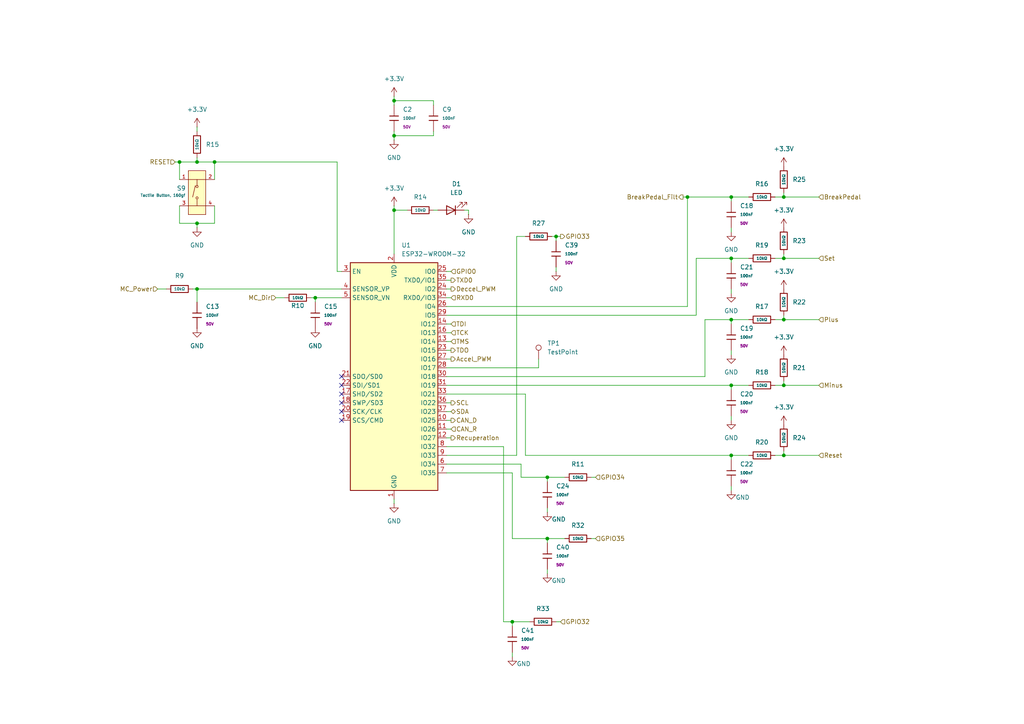
<source format=kicad_sch>
(kicad_sch (version 20250114) (generator "eeschema") (generator_version "9.0")
  (paper "A4")
  (title_block (title "ESP32 MicroController") (date "2025-11-02") (rev "0") (company "Solar Energy Racers"))
  (lib_symbols
    (symbol "Connector:TestPoint" (pin_numbers (hide yes)) (pin_names (offset 0.762) (hide yes))
      (property "Reference" "TP" (at 0 6.858 0))
      (property "Value" "TestPoint" (at 0 5.08 0))
      (symbol "TestPoint_1_1"
        (pin passive line (at 0 0 90) (length 2.54) (name "1") (number "1"))
      )
    )
    (symbol "Device:LED" (pin_numbers (hide yes)) (pin_names (offset 1.016) (hide yes))
      (property "Reference" "D" (at 0 2.54 0))
      (property "Value" "LED" (at 0 -2.54 0))
      (symbol "LED_1_1"
        (pin passive line (at -3.81 0 0) (length 2.54) (name "K") (number "1"))
        (pin passive line (at 3.81 0 180) (length 2.54) (name "A") (number "2"))
      )
    )
    (symbol "PCM_JLCPCB-Capacitors:0603,100nF" (pin_numbers (hide yes)) (pin_names (offset 0))
      (property "Reference" "C" (at 2.032 1.668 0))
      (property "Value" "100nF" (at 2.032 -0.3782 0))
      (property "Voltage Rated" "50V" (at 2.032 -2.0462 0))
      (symbol "0603,100nF_1_1"
        (pin passive line (at 0 3.81 270) (length 3.175) (name "~") (number "1"))
        (pin passive line (at 0 -3.81 90) (length 3.175) (name "~") (number "2"))
      )
    )
    (symbol "PCM_JLCPCB-Connectors_Buttons:Tactile Button, 160gf, 12V, 50mA, 5.1mm" (pin_names (hide yes))
      (property "Reference" "S" (at 0 1.27 0))
      (property "Value" "Tactile Button, 160gf" (at 0 -8.89 0))
      (symbol "Tactile Button, 160gf, 12V, 50mA, 5.1mm_0_1"
        (pin unspecified line (at -5.08 2.54 0) (length 2.54) (name "A") (number "1"))
        (pin unspecified line (at -5.08 -5.08 0) (length 2.54) (name "C") (number "3"))
        (pin unspecified line (at 5.08 2.54 180) (length 2.54) (name "B") (number "2"))
        (pin unspecified line (at 5.08 -5.08 180) (length 2.54) (name "D") (number "4"))
      )
    )
    (symbol "PCM_JLCPCB-Resistors:0603,10kΩ" (pin_numbers (hide yes)) (pin_names (offset 0))
      (property "Reference" "R" (at 1.778 0 0))
      (property "Value" "10kΩ" (at 0 0 90))
      (symbol "0603,10kΩ_1_1"
        (pin passive line (at 0 3.81 270) (length 1.27) (name "~") (number "1"))
        (pin passive line (at 0 -3.81 90) (length 1.27) (name "~") (number "2"))
      )
    )
    (symbol "RF_Module:ESP32-WROOM-32"
      (property "Reference" "U" (at -12.7 34.29 0))
      (property "Value" "ESP32-WROOM-32" (at 1.27 34.29 0))
      (symbol "ESP32-WROOM-32_1_1"
        (pin input line (at -15.24 30.48 0) (length 2.54) (name "EN") (number "3"))
        (pin input line (at -15.24 25.4 0) (length 2.54) (name "SENSOR_VP") (number "4"))
        (pin input line (at -15.24 22.86 0) (length 2.54) (name "SENSOR_VN") (number "5"))
        (pin bidirectional line (at -15.24 0 0) (length 2.54) (name "SDO/SD0") (number "21"))
        (pin bidirectional line (at -15.24 -2.54 0) (length 2.54) (name "SDI/SD1") (number "22"))
        (pin bidirectional line (at -15.24 -5.08 0) (length 2.54) (name "SHD/SD2") (number "17"))
        (pin bidirectional line (at -15.24 -7.62 0) (length 2.54) (name "SWP/SD3") (number "18"))
        (pin bidirectional line (at -15.24 -10.16 0) (length 2.54) (name "SCK/CLK") (number "20"))
        (pin bidirectional line (at -15.24 -12.7 0) (length 2.54) (name "SCS/CMD") (number "19"))
        (pin no_connect line (at -12.7 -27.94 0) (length 2.54) (hide yes) (name "NC") (number "32"))
        (pin power_in line (at 0 35.56 270) (length 2.54) (name "VDD") (number "2"))
        (pin power_in line (at 0 -35.56 90) (length 2.54) (name "GND") (number "1"))
        (pin passive line (at 0 -35.56 90) (length 2.54) (hide yes) (name "GND") (number "15"))
        (pin passive line (at 0 -35.56 90) (length 2.54) (hide yes) (name "GND") (number "38"))
        (pin passive line (at 0 -35.56 90) (length 2.54) (hide yes) (name "GND") (number "39"))
        (pin bidirectional line (at 15.24 30.48 180) (length 2.54) (name "IO0") (number "25"))
        (pin bidirectional line (at 15.24 27.94 180) (length 2.54) (name "TXD0/IO1") (number "35"))
        (pin bidirectional line (at 15.24 25.4 180) (length 2.54) (name "IO2") (number "24"))
        (pin bidirectional line (at 15.24 22.86 180) (length 2.54) (name "RXD0/IO3") (number "34"))
        (pin bidirectional line (at 15.24 20.32 180) (length 2.54) (name "IO4") (number "26"))
        (pin bidirectional line (at 15.24 17.78 180) (length 2.54) (name "IO5") (number "29"))
        (pin bidirectional line (at 15.24 15.24 180) (length 2.54) (name "IO12") (number "14"))
        (pin bidirectional line (at 15.24 12.7 180) (length 2.54) (name "IO13") (number "16"))
        (pin bidirectional line (at 15.24 10.16 180) (length 2.54) (name "IO14") (number "13"))
        (pin bidirectional line (at 15.24 7.62 180) (length 2.54) (name "IO15") (number "23"))
        (pin bidirectional line (at 15.24 5.08 180) (length 2.54) (name "IO16") (number "27"))
        (pin bidirectional line (at 15.24 2.54 180) (length 2.54) (name "IO17") (number "28"))
        (pin bidirectional line (at 15.24 0 180) (length 2.54) (name "IO18") (number "30"))
        (pin bidirectional line (at 15.24 -2.54 180) (length 2.54) (name "IO19") (number "31"))
        (pin bidirectional line (at 15.24 -5.08 180) (length 2.54) (name "IO21") (number "33"))
        (pin bidirectional line (at 15.24 -7.62 180) (length 2.54) (name "IO22") (number "36"))
        (pin bidirectional line (at 15.24 -10.16 180) (length 2.54) (name "IO23") (number "37"))
        (pin bidirectional line (at 15.24 -12.7 180) (length 2.54) (name "IO25") (number "10"))
        (pin bidirectional line (at 15.24 -15.24 180) (length 2.54) (name "IO26") (number "11"))
        (pin bidirectional line (at 15.24 -17.78 180) (length 2.54) (name "IO27") (number "12"))
        (pin bidirectional line (at 15.24 -20.32 180) (length 2.54) (name "IO32") (number "8"))
        (pin bidirectional line (at 15.24 -22.86 180) (length 2.54) (name "IO33") (number "9"))
        (pin input line (at 15.24 -25.4 180) (length 2.54) (name "IO34") (number "6"))
        (pin input line (at 15.24 -27.94 180) (length 2.54) (name "IO35") (number "7"))
      )
    )
    (symbol "power:+3.3V" (power) (pin_numbers (hide yes)) (pin_names (offset 0) (hide yes))
      (property "Value" "+3.3V" (at 0 3.556 0))
      (symbol "+3.3V_1_1"
        (pin power_in line (at 0 0 90) (length 0) (name "~") (number "1"))
      )
    )
    (symbol "power:GND" (power) (pin_numbers (hide yes)) (pin_names (offset 0) (hide yes))
      (property "Value" "GND" (at 0 -3.81 0))
      (symbol "GND_1_1"
        (pin power_in line (at 0 0 270) (length 0) (name "~") (number "1"))
      )
    )
  )
  (junction (at 57.15 64.77))
  (junction (at 227.33 92.71))
  (junction (at 212.09 132.08))
  (junction (at 212.09 92.71))
  (junction (at 158.75 138.43))
  (junction (at 161.29 68.58))
  (junction (at 62.23 46.99))
  (junction (at 148.59 180.34))
  (junction (at 158.75 156.21))
  (junction (at 227.33 74.93))
  (junction (at 199.39 57.15))
  (junction (at 114.3 39.37))
  (junction (at 212.09 74.93))
  (junction (at 114.3 60.96))
  (junction (at 114.3 29.21))
  (junction (at 227.33 132.08))
  (junction (at 227.33 111.76))
  (junction (at 212.09 57.15))
  (junction (at 52.07 46.99))
  (junction (at 227.33 57.15))
  (junction (at 57.15 46.99))
  (junction (at 91.44 86.36))
  (junction (at 57.15 83.82))
  (junction (at 212.09 111.76))
  (no_connect (at 99.06 111.76))
  (no_connect (at 99.06 116.84))
  (no_connect (at 99.06 109.22))
  (no_connect (at 99.06 121.92))
  (no_connect (at 99.06 114.3))
  (no_connect (at 99.06 119.38))
  (wire (pts (xy 129.54 81.28) (xy 130.81 81.28)))
  (wire (pts (xy 224.79 111.76) (xy 227.33 111.76)))
  (wire (pts (xy 114.3 29.21) (xy 125.73 29.21)))
  (wire (pts (xy 114.3 60.96) (xy 118.11 60.96)))
  (wire (pts (xy 130.81 99.06) (xy 129.54 99.06)))
  (wire (pts (xy 114.3 27.94) (xy 114.3 29.21)))
  (wire (pts (xy 114.3 39.37) (xy 125.73 39.37)))
  (wire (pts (xy 201.93 91.44) (xy 129.54 91.44)))
  (wire (pts (xy 52.07 52.07) (xy 52.07 46.99)))
  (wire (pts (xy 52.07 64.77) (xy 57.15 64.77)))
  (wire (pts (xy 129.54 132.08) (xy 149.86 132.08)))
  (wire (pts (xy 237.49 57.15) (xy 227.33 57.15)))
  (wire (pts (xy 57.15 64.77) (xy 62.23 64.77)))
  (wire (pts (xy 158.75 156.21) (xy 158.75 157.48)))
  (wire (pts (xy 134.62 60.96) (xy 135.89 60.96)))
  (wire (pts (xy 161.29 78.74) (xy 161.29 77.47)))
  (wire (pts (xy 217.17 111.76) (xy 212.09 111.76)))
  (wire (pts (xy 62.23 46.99) (xy 57.15 46.99)))
  (wire (pts (xy 97.79 78.74) (xy 99.06 78.74)))
  (wire (pts (xy 129.54 109.22) (xy 204.47 109.22)))
  (wire (pts (xy 152.4 68.58) (xy 149.86 68.58)))
  (wire (pts (xy 129.54 124.46) (xy 130.81 124.46)))
  (wire (pts (xy 129.54 111.76) (xy 212.09 111.76)))
  (wire (pts (xy 201.93 74.93) (xy 212.09 74.93)))
  (wire (pts (xy 114.3 60.96) (xy 114.3 73.66)))
  (wire (pts (xy 62.23 59.69) (xy 62.23 64.77)))
  (wire (pts (xy 227.33 74.93) (xy 237.49 74.93)))
  (wire (pts (xy 57.15 36.83) (xy 57.15 38.1)))
  (wire (pts (xy 158.75 148.59) (xy 158.75 147.32)))
  (wire (pts (xy 62.23 46.99) (xy 97.79 46.99)))
  (wire (pts (xy 158.75 166.37) (xy 158.75 165.1)))
  (wire (pts (xy 130.81 83.82) (xy 129.54 83.82)))
  (wire (pts (xy 149.86 68.58) (xy 149.86 132.08)))
  (wire (pts (xy 52.07 59.69) (xy 52.07 64.77)))
  (wire (pts (xy 153.67 180.34) (xy 148.59 180.34)))
  (wire (pts (xy 237.49 92.71) (xy 227.33 92.71)))
  (wire (pts (xy 129.54 86.36) (xy 130.81 86.36)))
  (wire (pts (xy 50.8 46.99) (xy 52.07 46.99)))
  (wire (pts (xy 212.09 132.08) (xy 212.09 133.35)))
  (wire (pts (xy 148.59 190.5) (xy 148.59 189.23)))
  (wire (pts (xy 199.39 57.15) (xy 199.39 88.9)))
  (wire (pts (xy 114.3 40.64) (xy 114.3 39.37)))
  (wire (pts (xy 114.3 146.05) (xy 114.3 144.78)))
  (wire (pts (xy 227.33 73.66) (xy 227.33 74.93)))
  (wire (pts (xy 90.17 86.36) (xy 91.44 86.36)))
  (wire (pts (xy 57.15 83.82) (xy 57.15 87.63)))
  (wire (pts (xy 212.09 92.71) (xy 212.09 93.98)))
  (wire (pts (xy 198.12 57.15) (xy 199.39 57.15)))
  (wire (pts (xy 224.79 74.93) (xy 227.33 74.93)))
  (wire (pts (xy 57.15 83.82) (xy 99.06 83.82)))
  (wire (pts (xy 129.54 96.52) (xy 130.81 96.52)))
  (wire (pts (xy 227.33 110.49) (xy 227.33 111.76)))
  (wire (pts (xy 227.33 92.71) (xy 224.79 92.71)))
  (wire (pts (xy 204.47 92.71) (xy 212.09 92.71)))
  (wire (pts (xy 212.09 74.93) (xy 212.09 76.2)))
  (wire (pts (xy 227.33 91.44) (xy 227.33 92.71)))
  (wire (pts (xy 80.01 86.36) (xy 82.55 86.36)))
  (wire (pts (xy 62.23 46.99) (xy 62.23 52.07)))
  (wire (pts (xy 114.3 59.69) (xy 114.3 60.96)))
  (wire (pts (xy 212.09 102.87) (xy 212.09 101.6)))
  (wire (pts (xy 146.05 180.34) (xy 146.05 129.54)))
  (wire (pts (xy 129.54 129.54) (xy 146.05 129.54)))
  (wire (pts (xy 135.89 60.96) (xy 135.89 62.23)))
  (wire (pts (xy 217.17 92.71) (xy 212.09 92.71)))
  (wire (pts (xy 217.17 57.15) (xy 212.09 57.15)))
  (wire (pts (xy 57.15 45.72) (xy 57.15 46.99)))
  (wire (pts (xy 129.54 121.92) (xy 130.81 121.92)))
  (wire (pts (xy 162.56 180.34) (xy 161.29 180.34)))
  (wire (pts (xy 114.3 39.37) (xy 114.3 38.1)))
  (wire (pts (xy 148.59 156.21) (xy 148.59 137.16)))
  (wire (pts (xy 172.72 156.21) (xy 171.45 156.21)))
  (wire (pts (xy 224.79 132.08) (xy 227.33 132.08)))
  (wire (pts (xy 172.72 138.43) (xy 171.45 138.43)))
  (wire (pts (xy 163.83 156.21) (xy 158.75 156.21)))
  (wire (pts (xy 212.09 142.24) (xy 212.09 140.97)))
  (wire (pts (xy 217.17 74.93) (xy 212.09 74.93)))
  (wire (pts (xy 52.07 46.99) (xy 57.15 46.99)))
  (wire (pts (xy 212.09 67.31) (xy 212.09 66.04)))
  (wire (pts (xy 55.88 83.82) (xy 57.15 83.82)))
  (wire (pts (xy 217.17 132.08) (xy 212.09 132.08)))
  (wire (pts (xy 163.83 138.43) (xy 158.75 138.43)))
  (wire (pts (xy 158.75 138.43) (xy 158.75 139.7)))
  (wire (pts (xy 57.15 64.77) (xy 57.15 66.04)))
  (wire (pts (xy 156.21 106.68) (xy 129.54 106.68)))
  (wire (pts (xy 130.81 104.14) (xy 129.54 104.14)))
  (wire (pts (xy 212.09 132.08) (xy 152.4 132.08)))
  (wire (pts (xy 199.39 88.9) (xy 129.54 88.9)))
  (wire (pts (xy 125.73 38.1) (xy 125.73 39.37)))
  (wire (pts (xy 227.33 111.76) (xy 237.49 111.76)))
  (wire (pts (xy 204.47 109.22) (xy 204.47 92.71)))
  (wire (pts (xy 129.54 78.74) (xy 130.81 78.74)))
  (wire (pts (xy 152.4 114.3) (xy 129.54 114.3)))
  (wire (pts (xy 91.44 86.36) (xy 91.44 87.63)))
  (wire (pts (xy 161.29 68.58) (xy 161.29 69.85)))
  (wire (pts (xy 114.3 29.21) (xy 114.3 30.48)))
  (wire (pts (xy 201.93 74.93) (xy 201.93 91.44)))
  (wire (pts (xy 129.54 116.84) (xy 130.81 116.84)))
  (wire (pts (xy 212.09 85.09) (xy 212.09 83.82)))
  (wire (pts (xy 227.33 55.88) (xy 227.33 57.15)))
  (wire (pts (xy 151.13 138.43) (xy 158.75 138.43)))
  (wire (pts (xy 148.59 180.34) (xy 146.05 180.34)))
  (wire (pts (xy 148.59 180.34) (xy 148.59 181.61)))
  (wire (pts (xy 158.75 156.21) (xy 148.59 156.21)))
  (wire (pts (xy 91.44 86.36) (xy 99.06 86.36)))
  (wire (pts (xy 212.09 121.92) (xy 212.09 120.65)))
  (wire (pts (xy 129.54 127) (xy 130.81 127)))
  (wire (pts (xy 129.54 101.6) (xy 130.81 101.6)))
  (wire (pts (xy 125.73 60.96) (xy 127 60.96)))
  (wire (pts (xy 148.59 137.16) (xy 129.54 137.16)))
  (wire (pts (xy 129.54 134.62) (xy 151.13 134.62)))
  (wire (pts (xy 129.54 119.38) (xy 130.81 119.38)))
  (wire (pts (xy 152.4 132.08) (xy 152.4 114.3)))
  (wire (pts (xy 227.33 130.81) (xy 227.33 132.08)))
  (wire (pts (xy 212.09 57.15) (xy 212.09 58.42)))
  (wire (pts (xy 160.02 68.58) (xy 161.29 68.58)))
  (wire (pts (xy 199.39 57.15) (xy 212.09 57.15)))
  (wire (pts (xy 161.29 68.58) (xy 162.56 68.58)))
  (wire (pts (xy 212.09 111.76) (xy 212.09 113.03)))
  (wire (pts (xy 156.21 104.14) (xy 156.21 106.68)))
  (wire (pts (xy 227.33 132.08) (xy 237.49 132.08)))
  (wire (pts (xy 125.73 30.48) (xy 125.73 29.21)))
  (wire (pts (xy 45.72 83.82) (xy 48.26 83.82)))
  (wire (pts (xy 227.33 57.15) (xy 224.79 57.15)))
  (wire (pts (xy 129.54 93.98) (xy 130.81 93.98)))
  (wire (pts (xy 97.79 46.99) (xy 97.79 78.74)))
  (wire (pts (xy 151.13 134.62) (xy 151.13 138.43)))
  (hierarchical_label "Deccel_PWM" (shape output) (at 130.81 83.82 0))
  (hierarchical_label "TDO" (shape output) (at 130.81 101.6 0))
  (hierarchical_label "Minus" (shape input) (at 237.49 111.76 0))
  (hierarchical_label "MC_Dir" (shape input) (at 80.01 86.36 180))
  (hierarchical_label "Set" (shape input) (at 237.49 74.93 0))
  (hierarchical_label "Reset" (shape input) (at 237.49 132.08 0))
  (hierarchical_label "TDI" (shape input) (at 130.81 93.98 0))
  (hierarchical_label "Accel_PWM" (shape output) (at 130.81 104.14 0))
  (hierarchical_label "SCL" (shape output) (at 130.81 116.84 0))
  (hierarchical_label "GPIO32" (shape input) (at 162.56 180.34 0))
  (hierarchical_label "TMS" (shape input) (at 130.81 99.06 0))
  (hierarchical_label "TCK" (shape input) (at 130.81 96.52 0))
  (hierarchical_label "RXD0" (shape input) (at 130.81 86.36 0))
  (hierarchical_label "RESET" (shape input) (at 50.8 46.99 180))
  (hierarchical_label "SDA" (shape bidirectional) (at 130.81 119.38 0))
  (hierarchical_label "CAN_R" (shape input) (at 130.81 124.46 0))
  (hierarchical_label "GPIO0" (shape input) (at 130.81 78.74 0))
  (hierarchical_label "BreakPedal_Filt" (shape output) (at 198.12 57.15 180))
  (hierarchical_label "GPIO34" (shape input) (at 172.72 138.43 0))
  (hierarchical_label "Plus" (shape input) (at 237.49 92.71 0))
  (hierarchical_label "GPIO35" (shape input) (at 172.72 156.21 0))
  (hierarchical_label "GPIO33" (shape output) (at 162.56 68.58 0))
  (hierarchical_label "TXD0" (shape output) (at 130.81 81.28 0))
  (hierarchical_label "CAN_D" (shape output) (at 130.81 121.92 0))
  (hierarchical_label "MC_Power" (shape input) (at 45.72 83.82 180))
  (hierarchical_label "Recuperation" (shape output) (at 130.81 127 0))
  (hierarchical_label "BreakPedal" (shape input) (at 237.49 57.15 0))
  (symbol (lib_id "PCM_JLCPCB-Capacitors:0603,100nF") (at 212.09 97.79 0) (unit 1)
    (property "Reference" "C19" (at 214.63 95.2499 0) (effects (justify left)))
    (property "Value" "100nF" (at 214.63 97.79 0) (effects (font (size 0.8 0.8)) (justify left)))
    (property "Footprint" "PCM_JLCPCB:C_0603" (effects (hide yes)))
    (property "Datasheet" "https://www.lcsc.com/datasheet/lcsc_datasheet_2211101700_YAGEO-CC0603KRX7R9BB104_C14663.pdf" (effects (hide yes)))
    (property "Description" "50V 100nF X7R ±10% 0603 Multilayer Ceramic Capacitors MLCC - SMD/SMT ROHS" (effects (hide yes)))
    (property "LCSC" "C14663" (effects (hide yes)))
    (property "Stock" "70324515" (effects (hide yes)))
    (property "Price" "0.006USD" (effects (hide yes)))
    (property "Process" "SMT" (effects (hide yes)))
    (property "Minimum Qty" "20" (effects (hide yes)))
    (property "Attrition Qty" "10" (effects (hide yes)))
    (property "Class" "Basic Component" (effects (hide yes)))
    (property "Category" "Capacitors,Multilayer Ceramic Capacitors MLCC - SMD/SMT" (effects (hide yes)))
    (property "Manufacturer" "YAGEO" (effects (hide yes)))
    (property "Part" "CC0603KRX7R9BB104" (effects (hide yes)))
    (property "Voltage Rated" "50V" (at 214.63 100.33 0) (effects (font (size 0.8 0.8)) (justify left)))
    (property "Tolerance" "±10%" (effects (hide yes)))
    (property "Capacitance" "100nF" (effects (hide yes)))
    (property "Temperature Coefficient" "X7R" (effects (hide yes)))
  )
  (symbol (lib_id "PCM_JLCPCB-Capacitors:0603,100nF") (at 212.09 62.23 0) (unit 1)
    (property "Reference" "C18" (at 214.63 59.6899 0) (effects (justify left)))
    (property "Value" "100nF" (at 214.63 62.23 0) (effects (font (size 0.8 0.8)) (justify left)))
    (property "Footprint" "PCM_JLCPCB:C_0603" (effects (hide yes)))
    (property "Datasheet" "https://www.lcsc.com/datasheet/lcsc_datasheet_2211101700_YAGEO-CC0603KRX7R9BB104_C14663.pdf" (effects (hide yes)))
    (property "Description" "50V 100nF X7R ±10% 0603 Multilayer Ceramic Capacitors MLCC - SMD/SMT ROHS" (effects (hide yes)))
    (property "LCSC" "C14663" (effects (hide yes)))
    (property "Stock" "70324515" (effects (hide yes)))
    (property "Price" "0.006USD" (effects (hide yes)))
    (property "Process" "SMT" (effects (hide yes)))
    (property "Minimum Qty" "20" (effects (hide yes)))
    (property "Attrition Qty" "10" (effects (hide yes)))
    (property "Class" "Basic Component" (effects (hide yes)))
    (property "Category" "Capacitors,Multilayer Ceramic Capacitors MLCC - SMD/SMT" (effects (hide yes)))
    (property "Manufacturer" "YAGEO" (effects (hide yes)))
    (property "Part" "CC0603KRX7R9BB104" (effects (hide yes)))
    (property "Voltage Rated" "50V" (at 214.63 64.77 0) (effects (font (size 0.8 0.8)) (justify left)))
    (property "Tolerance" "±10%" (effects (hide yes)))
    (property "Capacitance" "100nF" (effects (hide yes)))
    (property "Temperature Coefficient" "X7R" (effects (hide yes)))
  )
  (symbol (lib_id "power:GND") (at 114.3 40.64 0) (unit 1)
    (property "Reference" "#PWR029" (effects (hide yes)))
    (property "Value" "GND" (at 114.3 45.72 0))
    (property "Description" "Power symbol creates a global label with name \"GND\" , ground" (effects (hide yes)))
  )
  (symbol (lib_id "power:GND") (at 57.15 66.04 0) (unit 1)
    (property "Reference" "#PWR032" (effects (hide yes)))
    (property "Value" "GND" (at 57.15 71.12 0))
    (property "Description" "Power symbol creates a global label with name \"GND\" , ground" (effects (hide yes)))
  )
  (symbol (lib_id "PCM_JLCPCB-Capacitors:0603,100nF") (at 212.09 116.84 0) (unit 1)
    (property "Reference" "C20" (at 214.63 114.2999 0) (effects (justify left)))
    (property "Value" "100nF" (at 214.63 116.84 0) (effects (font (size 0.8 0.8)) (justify left)))
    (property "Footprint" "PCM_JLCPCB:C_0603" (effects (hide yes)))
    (property "Datasheet" "https://www.lcsc.com/datasheet/lcsc_datasheet_2211101700_YAGEO-CC0603KRX7R9BB104_C14663.pdf" (effects (hide yes)))
    (property "Description" "50V 100nF X7R ±10% 0603 Multilayer Ceramic Capacitors MLCC - SMD/SMT ROHS" (effects (hide yes)))
    (property "LCSC" "C14663" (effects (hide yes)))
    (property "Stock" "70324515" (effects (hide yes)))
    (property "Price" "0.006USD" (effects (hide yes)))
    (property "Process" "SMT" (effects (hide yes)))
    (property "Minimum Qty" "20" (effects (hide yes)))
    (property "Attrition Qty" "10" (effects (hide yes)))
    (property "Class" "Basic Component" (effects (hide yes)))
    (property "Category" "Capacitors,Multilayer Ceramic Capacitors MLCC - SMD/SMT" (effects (hide yes)))
    (property "Manufacturer" "YAGEO" (effects (hide yes)))
    (property "Part" "CC0603KRX7R9BB104" (effects (hide yes)))
    (property "Voltage Rated" "50V" (at 214.63 119.38 0) (effects (font (size 0.8 0.8)) (justify left)))
    (property "Tolerance" "±10%" (effects (hide yes)))
    (property "Capacitance" "100nF" (effects (hide yes)))
    (property "Temperature Coefficient" "X7R" (effects (hide yes)))
  )
  (symbol (lib_id "power:GND") (at 161.29 78.74 0) (unit 1)
    (property "Reference" "#PWR094" (effects (hide yes)))
    (property "Value" "GND" (at 161.29 83.82 0))
    (property "Description" "Power symbol creates a global label with name \"GND\" , ground" (effects (hide yes)))
  )
  (symbol (lib_id "RF_Module:ESP32-WROOM-32") (at 114.3 109.22 0) (unit 1)
    (property "Reference" "U1" (at 116.4433 71.12 0) (effects (justify left)))
    (property "Value" "ESP32-WROOM-32" (at 116.4433 73.66 0) (effects (justify left)))
    (property "Footprint" "RF_Module:ESP32-WROOM-32" (effects (hide yes)))
    (property "Datasheet" "https://www.espressif.com/sites/default/files/documentation/esp32-wroom-32_datasheet_en.pdf" (effects (hide yes)))
    (property "Description" "RF Module, ESP32-D0WDQ6 SoC, Wi-Fi 802.11b/g/n, Bluetooth, BLE, 32-bit, 2.7-3.6V, onboard antenna, SMD" (effects (hide yes)))
  )
  (symbol (lib_id "power:GND") (at 212.09 121.92 0) (unit 1)
    (property "Reference" "#PWR038" (effects (hide yes)))
    (property "Value" "GND" (at 212.09 127 0))
    (property "Description" "Power symbol creates a global label with name \"GND\" , ground" (effects (hide yes)))
  )
  (symbol (lib_id "PCM_JLCPCB-Resistors:0603,10kΩ") (at 227.33 52.07 180) (unit 1)
    (property "Reference" "R25" (at 229.87 52.0699 0) (effects (justify right)))
    (property "Value" "10kΩ" (at 227.33 52.07 90) (effects (font (size 0.8 0.8))))
    (property "Footprint" "PCM_JLCPCB:R_0603" (effects (hide yes)))
    (property "Datasheet" "https://www.lcsc.com/datasheet/lcsc_datasheet_2206010045_UNI-ROYAL-Uniroyal-Elec-0603WAF1002T5E_C25804.pdf" (effects (hide yes)))
    (property "Description" "100mW Thick Film Resistors 75V ±100ppm/°C ±1% 10kΩ 0603 Chip Resistor - Surface Mount ROHS" (effects (hide yes)))
    (property "LCSC" "C25804" (effects (hide yes)))
    (property "Stock" "51181774" (effects (hide yes)))
    (property "Price" "0.004USD" (effects (hide yes)))
    (property "Process" "SMT" (effects (hide yes)))
    (property "Minimum Qty" "20" (effects (hide yes)))
    (property "Attrition Qty" "10" (effects (hide yes)))
    (property "Class" "Basic Component" (effects (hide yes)))
    (property "Category" "Resistors,Chip Resistor - Surface Mount" (effects (hide yes)))
    (property "Manufacturer" "UNI-ROYAL(Uniroyal Elec)" (effects (hide yes)))
    (property "Part" "0603WAF1002T5E" (effects (hide yes)))
    (property "Resistance" "10kΩ" (effects (hide yes)))
    (property "Power(Watts)" "100mW" (effects (hide yes)))
    (property "Type" "Thick Film Resistors" (effects (hide yes)))
    (property "Overload Voltage (Max)" "75V" (effects (hide yes)))
    (property "Operating Temperature Range" "-55°C~+155°C" (effects (hide yes)))
    (property "Tolerance" "±1%" (effects (hide yes)))
    (property "Temperature Coefficient" "±100ppm/°C" (effects (hide yes)))
  )
  (symbol (lib_id "PCM_JLCPCB-Resistors:0603,10kΩ") (at 167.64 138.43 90) (unit 1)
    (property "Reference" "R11" (at 167.64 134.62 90))
    (property "Value" "10kΩ" (at 167.64 138.43 90) (effects (font (size 0.8 0.8))))
    (property "Footprint" "PCM_JLCPCB:R_0603" (effects (hide yes)))
    (property "Datasheet" "https://www.lcsc.com/datasheet/lcsc_datasheet_2206010045_UNI-ROYAL-Uniroyal-Elec-0603WAF1002T5E_C25804.pdf" (effects (hide yes)))
    (property "Description" "100mW Thick Film Resistors 75V ±100ppm/°C ±1% 10kΩ 0603 Chip Resistor - Surface Mount ROHS" (effects (hide yes)))
    (property "LCSC" "C25804" (effects (hide yes)))
    (property "Stock" "51181774" (effects (hide yes)))
    (property "Price" "0.004USD" (effects (hide yes)))
    (property "Process" "SMT" (effects (hide yes)))
    (property "Minimum Qty" "20" (effects (hide yes)))
    (property "Attrition Qty" "10" (effects (hide yes)))
    (property "Class" "Basic Component" (effects (hide yes)))
    (property "Category" "Resistors,Chip Resistor - Surface Mount" (effects (hide yes)))
    (property "Manufacturer" "UNI-ROYAL(Uniroyal Elec)" (effects (hide yes)))
    (property "Part" "0603WAF1002T5E" (effects (hide yes)))
    (property "Resistance" "10kΩ" (effects (hide yes)))
    (property "Power(Watts)" "100mW" (effects (hide yes)))
    (property "Type" "Thick Film Resistors" (effects (hide yes)))
    (property "Overload Voltage (Max)" "75V" (effects (hide yes)))
    (property "Operating Temperature Range" "-55°C~+155°C" (effects (hide yes)))
    (property "Tolerance" "±1%" (effects (hide yes)))
    (property "Temperature Coefficient" "±100ppm/°C" (effects (hide yes)))
  )
  (symbol (lib_id "PCM_JLCPCB-Resistors:0603,10kΩ") (at 220.98 74.93 90) (unit 1)
    (property "Reference" "R19" (at 220.98 71.12 90))
    (property "Value" "10kΩ" (at 220.98 74.93 90) (effects (font (size 0.8 0.8))))
    (property "Footprint" "PCM_JLCPCB:R_0603" (effects (hide yes)))
    (property "Datasheet" "https://www.lcsc.com/datasheet/lcsc_datasheet_2206010045_UNI-ROYAL-Uniroyal-Elec-0603WAF1002T5E_C25804.pdf" (effects (hide yes)))
    (property "Description" "100mW Thick Film Resistors 75V ±100ppm/°C ±1% 10kΩ 0603 Chip Resistor - Surface Mount ROHS" (effects (hide yes)))
    (property "LCSC" "C25804" (effects (hide yes)))
    (property "Stock" "51181774" (effects (hide yes)))
    (property "Price" "0.004USD" (effects (hide yes)))
    (property "Process" "SMT" (effects (hide yes)))
    (property "Minimum Qty" "20" (effects (hide yes)))
    (property "Attrition Qty" "10" (effects (hide yes)))
    (property "Class" "Basic Component" (effects (hide yes)))
    (property "Category" "Resistors,Chip Resistor - Surface Mount" (effects (hide yes)))
    (property "Manufacturer" "UNI-ROYAL(Uniroyal Elec)" (effects (hide yes)))
    (property "Part" "0603WAF1002T5E" (effects (hide yes)))
    (property "Resistance" "10kΩ" (effects (hide yes)))
    (property "Power(Watts)" "100mW" (effects (hide yes)))
    (property "Type" "Thick Film Resistors" (effects (hide yes)))
    (property "Overload Voltage (Max)" "75V" (effects (hide yes)))
    (property "Operating Temperature Range" "-55°C~+155°C" (effects (hide yes)))
    (property "Tolerance" "±1%" (effects (hide yes)))
    (property "Temperature Coefficient" "±100ppm/°C" (effects (hide yes)))
  )
  (symbol (lib_id "PCM_JLCPCB-Capacitors:0603,100nF") (at 57.15 91.44 0) (unit 1)
    (property "Reference" "C13" (at 59.69 88.8999 0) (effects (justify left)))
    (property "Value" "100nF" (at 59.69 91.44 0) (effects (font (size 0.8 0.8)) (justify left)))
    (property "Footprint" "PCM_JLCPCB:C_0603" (effects (hide yes)))
    (property "Datasheet" "https://www.lcsc.com/datasheet/lcsc_datasheet_2211101700_YAGEO-CC0603KRX7R9BB104_C14663.pdf" (effects (hide yes)))
    (property "Description" "50V 100nF X7R ±10% 0603 Multilayer Ceramic Capacitors MLCC - SMD/SMT ROHS" (effects (hide yes)))
    (property "LCSC" "C14663" (effects (hide yes)))
    (property "Stock" "70324515" (effects (hide yes)))
    (property "Price" "0.006USD" (effects (hide yes)))
    (property "Process" "SMT" (effects (hide yes)))
    (property "Minimum Qty" "20" (effects (hide yes)))
    (property "Attrition Qty" "10" (effects (hide yes)))
    (property "Class" "Basic Component" (effects (hide yes)))
    (property "Category" "Capacitors,Multilayer Ceramic Capacitors MLCC - SMD/SMT" (effects (hide yes)))
    (property "Manufacturer" "YAGEO" (effects (hide yes)))
    (property "Part" "CC0603KRX7R9BB104" (effects (hide yes)))
    (property "Voltage Rated" "50V" (at 59.69 93.98 0) (effects (font (size 0.8 0.8)) (justify left)))
    (property "Tolerance" "±10%" (effects (hide yes)))
    (property "Capacitance" "100nF" (effects (hide yes)))
    (property "Temperature Coefficient" "X7R" (effects (hide yes)))
  )
  (symbol (lib_id "PCM_JLCPCB-Resistors:0603,10kΩ") (at 167.64 156.21 90) (unit 1)
    (property "Reference" "R32" (at 167.64 152.4 90))
    (property "Value" "10kΩ" (at 167.64 156.21 90) (effects (font (size 0.8 0.8))))
    (property "Footprint" "PCM_JLCPCB:R_0603" (effects (hide yes)))
    (property "Datasheet" "https://www.lcsc.com/datasheet/lcsc_datasheet_2206010045_UNI-ROYAL-Uniroyal-Elec-0603WAF1002T5E_C25804.pdf" (effects (hide yes)))
    (property "Description" "100mW Thick Film Resistors 75V ±100ppm/°C ±1% 10kΩ 0603 Chip Resistor - Surface Mount ROHS" (effects (hide yes)))
    (property "LCSC" "C25804" (effects (hide yes)))
    (property "Stock" "51181774" (effects (hide yes)))
    (property "Price" "0.004USD" (effects (hide yes)))
    (property "Process" "SMT" (effects (hide yes)))
    (property "Minimum Qty" "20" (effects (hide yes)))
    (property "Attrition Qty" "10" (effects (hide yes)))
    (property "Class" "Basic Component" (effects (hide yes)))
    (property "Category" "Resistors,Chip Resistor - Surface Mount" (effects (hide yes)))
    (property "Manufacturer" "UNI-ROYAL(Uniroyal Elec)" (effects (hide yes)))
    (property "Part" "0603WAF1002T5E" (effects (hide yes)))
    (property "Resistance" "10kΩ" (effects (hide yes)))
    (property "Power(Watts)" "100mW" (effects (hide yes)))
    (property "Type" "Thick Film Resistors" (effects (hide yes)))
    (property "Overload Voltage (Max)" "75V" (effects (hide yes)))
    (property "Operating Temperature Range" "-55°C~+155°C" (effects (hide yes)))
    (property "Tolerance" "±1%" (effects (hide yes)))
    (property "Temperature Coefficient" "±100ppm/°C" (effects (hide yes)))
  )
  (symbol (lib_id "PCM_JLCPCB-Resistors:0603,10kΩ") (at 220.98 111.76 90) (unit 1)
    (property "Reference" "R18" (at 220.98 107.95 90))
    (property "Value" "10kΩ" (at 220.98 111.76 90) (effects (font (size 0.8 0.8))))
    (property "Footprint" "PCM_JLCPCB:R_0603" (effects (hide yes)))
    (property "Datasheet" "https://www.lcsc.com/datasheet/lcsc_datasheet_2206010045_UNI-ROYAL-Uniroyal-Elec-0603WAF1002T5E_C25804.pdf" (effects (hide yes)))
    (property "Description" "100mW Thick Film Resistors 75V ±100ppm/°C ±1% 10kΩ 0603 Chip Resistor - Surface Mount ROHS" (effects (hide yes)))
    (property "LCSC" "C25804" (effects (hide yes)))
    (property "Stock" "51181774" (effects (hide yes)))
    (property "Price" "0.004USD" (effects (hide yes)))
    (property "Process" "SMT" (effects (hide yes)))
    (property "Minimum Qty" "20" (effects (hide yes)))
    (property "Attrition Qty" "10" (effects (hide yes)))
    (property "Class" "Basic Component" (effects (hide yes)))
    (property "Category" "Resistors,Chip Resistor - Surface Mount" (effects (hide yes)))
    (property "Manufacturer" "UNI-ROYAL(Uniroyal Elec)" (effects (hide yes)))
    (property "Part" "0603WAF1002T5E" (effects (hide yes)))
    (property "Resistance" "10kΩ" (effects (hide yes)))
    (property "Power(Watts)" "100mW" (effects (hide yes)))
    (property "Type" "Thick Film Resistors" (effects (hide yes)))
    (property "Overload Voltage (Max)" "75V" (effects (hide yes)))
    (property "Operating Temperature Range" "-55°C~+155°C" (effects (hide yes)))
    (property "Tolerance" "±1%" (effects (hide yes)))
    (property "Temperature Coefficient" "±100ppm/°C" (effects (hide yes)))
  )
  (symbol (lib_id "power:GND") (at 212.09 102.87 0) (unit 1)
    (property "Reference" "#PWR037" (effects (hide yes)))
    (property "Value" "GND" (at 212.09 107.95 0))
    (property "Description" "Power symbol creates a global label with name \"GND\" , ground" (effects (hide yes)))
  )
  (symbol (lib_id "PCM_JLCPCB-Capacitors:0603,100nF") (at 212.09 80.01 0) (unit 1)
    (property "Reference" "C21" (at 214.63 77.4699 0) (effects (justify left)))
    (property "Value" "100nF" (at 214.63 80.01 0) (effects (font (size 0.8 0.8)) (justify left)))
    (property "Footprint" "PCM_JLCPCB:C_0603" (effects (hide yes)))
    (property "Datasheet" "https://www.lcsc.com/datasheet/lcsc_datasheet_2211101700_YAGEO-CC0603KRX7R9BB104_C14663.pdf" (effects (hide yes)))
    (property "Description" "50V 100nF X7R ±10% 0603 Multilayer Ceramic Capacitors MLCC - SMD/SMT ROHS" (effects (hide yes)))
    (property "LCSC" "C14663" (effects (hide yes)))
    (property "Stock" "70324515" (effects (hide yes)))
    (property "Price" "0.006USD" (effects (hide yes)))
    (property "Process" "SMT" (effects (hide yes)))
    (property "Minimum Qty" "20" (effects (hide yes)))
    (property "Attrition Qty" "10" (effects (hide yes)))
    (property "Class" "Basic Component" (effects (hide yes)))
    (property "Category" "Capacitors,Multilayer Ceramic Capacitors MLCC - SMD/SMT" (effects (hide yes)))
    (property "Manufacturer" "YAGEO" (effects (hide yes)))
    (property "Part" "CC0603KRX7R9BB104" (effects (hide yes)))
    (property "Voltage Rated" "50V" (at 214.63 82.55 0) (effects (font (size 0.8 0.8)) (justify left)))
    (property "Tolerance" "±10%" (effects (hide yes)))
    (property "Capacitance" "100nF" (effects (hide yes)))
    (property "Temperature Coefficient" "X7R" (effects (hide yes)))
  )
  (symbol (lib_id "PCM_JLCPCB-Resistors:0603,10kΩ") (at 121.92 60.96 90) (unit 1)
    (property "Reference" "R14" (at 121.92 57.15 90))
    (property "Value" "10kΩ" (at 121.92 60.96 90) (effects (font (size 0.8 0.8))))
    (property "Footprint" "PCM_JLCPCB:R_0603" (effects (hide yes)))
    (property "Datasheet" "https://www.lcsc.com/datasheet/lcsc_datasheet_2206010045_UNI-ROYAL-Uniroyal-Elec-0603WAF1002T5E_C25804.pdf" (effects (hide yes)))
    (property "Description" "100mW Thick Film Resistors 75V ±100ppm/°C ±1% 10kΩ 0603 Chip Resistor - Surface Mount ROHS" (effects (hide yes)))
    (property "LCSC" "C25804" (effects (hide yes)))
    (property "Stock" "51181774" (effects (hide yes)))
    (property "Price" "0.004USD" (effects (hide yes)))
    (property "Process" "SMT" (effects (hide yes)))
    (property "Minimum Qty" "20" (effects (hide yes)))
    (property "Attrition Qty" "10" (effects (hide yes)))
    (property "Class" "Basic Component" (effects (hide yes)))
    (property "Category" "Resistors,Chip Resistor - Surface Mount" (effects (hide yes)))
    (property "Manufacturer" "UNI-ROYAL(Uniroyal Elec)" (effects (hide yes)))
    (property "Part" "0603WAF1002T5E" (effects (hide yes)))
    (property "Resistance" "10kΩ" (effects (hide yes)))
    (property "Power(Watts)" "100mW" (effects (hide yes)))
    (property "Type" "Thick Film Resistors" (effects (hide yes)))
    (property "Overload Voltage (Max)" "75V" (effects (hide yes)))
    (property "Operating Temperature Range" "-55°C~+155°C" (effects (hide yes)))
    (property "Tolerance" "±1%" (effects (hide yes)))
    (property "Temperature Coefficient" "±100ppm/°C" (effects (hide yes)))
  )
  (symbol (lib_id "power:GND") (at 148.59 190.5 0) (unit 1)
    (property "Reference" "#PWR096" (effects (hide yes)))
    (property "Value" "GND" (at 151.892 192.532 0))
    (property "Description" "Power symbol creates a global label with name \"GND\" , ground" (effects (hide yes)))
  )
  (symbol (lib_id "power:GND") (at 158.75 166.37 0) (unit 1)
    (property "Reference" "#PWR095" (effects (hide yes)))
    (property "Value" "GND" (at 162.052 168.402 0))
    (property "Description" "Power symbol creates a global label with name \"GND\" , ground" (effects (hide yes)))
  )
  (symbol (lib_id "power:+3.3V") (at 227.33 48.26 0) (unit 1)
    (property "Reference" "#PWR049" (effects (hide yes)))
    (property "Value" "+3.3V" (at 227.33 43.18 0))
    (property "Description" "Power symbol creates a global label with name \"+3.3V\"" (effects (hide yes)))
  )
  (symbol (lib_id "PCM_JLCPCB-Resistors:0603,10kΩ") (at 57.15 41.91 0) (unit 1)
    (property "Reference" "R15" (at 59.69 41.9099 0) (effects (justify left)))
    (property "Value" "10kΩ" (at 57.15 41.91 90) (effects (font (size 0.8 0.8))))
    (property "Footprint" "PCM_JLCPCB:R_0603" (effects (hide yes)))
    (property "Datasheet" "https://www.lcsc.com/datasheet/lcsc_datasheet_2206010045_UNI-ROYAL-Uniroyal-Elec-0603WAF1002T5E_C25804.pdf" (effects (hide yes)))
    (property "Description" "100mW Thick Film Resistors 75V ±100ppm/°C ±1% 10kΩ 0603 Chip Resistor - Surface Mount ROHS" (effects (hide yes)))
    (property "LCSC" "C25804" (effects (hide yes)))
    (property "Stock" "51181774" (effects (hide yes)))
    (property "Price" "0.004USD" (effects (hide yes)))
    (property "Process" "SMT" (effects (hide yes)))
    (property "Minimum Qty" "20" (effects (hide yes)))
    (property "Attrition Qty" "10" (effects (hide yes)))
    (property "Class" "Basic Component" (effects (hide yes)))
    (property "Category" "Resistors,Chip Resistor - Surface Mount" (effects (hide yes)))
    (property "Manufacturer" "UNI-ROYAL(Uniroyal Elec)" (effects (hide yes)))
    (property "Part" "0603WAF1002T5E" (effects (hide yes)))
    (property "Resistance" "10kΩ" (effects (hide yes)))
    (property "Power(Watts)" "100mW" (effects (hide yes)))
    (property "Type" "Thick Film Resistors" (effects (hide yes)))
    (property "Overload Voltage (Max)" "75V" (effects (hide yes)))
    (property "Operating Temperature Range" "-55°C~+155°C" (effects (hide yes)))
    (property "Tolerance" "±1%" (effects (hide yes)))
    (property "Temperature Coefficient" "±100ppm/°C" (effects (hide yes)))
  )
  (symbol (lib_id "PCM_JLCPCB-Capacitors:0603,100nF") (at 91.44 91.44 0) (unit 1)
    (property "Reference" "C15" (at 93.98 88.8999 0) (effects (justify left)))
    (property "Value" "100nF" (at 93.98 91.44 0) (effects (font (size 0.8 0.8)) (justify left)))
    (property "Footprint" "PCM_JLCPCB:C_0603" (effects (hide yes)))
    (property "Datasheet" "https://www.lcsc.com/datasheet/lcsc_datasheet_2211101700_YAGEO-CC0603KRX7R9BB104_C14663.pdf" (effects (hide yes)))
    (property "Description" "50V 100nF X7R ±10% 0603 Multilayer Ceramic Capacitors MLCC - SMD/SMT ROHS" (effects (hide yes)))
    (property "LCSC" "C14663" (effects (hide yes)))
    (property "Stock" "70324515" (effects (hide yes)))
    (property "Price" "0.006USD" (effects (hide yes)))
    (property "Process" "SMT" (effects (hide yes)))
    (property "Minimum Qty" "20" (effects (hide yes)))
    (property "Attrition Qty" "10" (effects (hide yes)))
    (property "Class" "Basic Component" (effects (hide yes)))
    (property "Category" "Capacitors,Multilayer Ceramic Capacitors MLCC - SMD/SMT" (effects (hide yes)))
    (property "Manufacturer" "YAGEO" (effects (hide yes)))
    (property "Part" "CC0603KRX7R9BB104" (effects (hide yes)))
    (property "Voltage Rated" "50V" (at 93.98 93.98 0) (effects (font (size 0.8 0.8)) (justify left)))
    (property "Tolerance" "±10%" (effects (hide yes)))
    (property "Capacitance" "100nF" (effects (hide yes)))
    (property "Temperature Coefficient" "X7R" (effects (hide yes)))
  )
  (symbol (lib_id "power:GND") (at 158.75 148.59 0) (unit 1)
    (property "Reference" "#PWR052" (effects (hide yes)))
    (property "Value" "GND" (at 162.052 150.622 0))
    (property "Description" "Power symbol creates a global label with name \"GND\" , ground" (effects (hide yes)))
  )
  (symbol (lib_id "Device:LED") (at 130.81 60.96 180) (unit 1)
    (property "Reference" "D1" (at 132.3975 53.34 0))
    (property "Value" "LED" (at 132.3975 55.88 0))
    (property "Footprint" "LED_SMD:LED_0603_1608Metric" (effects (hide yes)))
    (property "Description" "Light emitting diode" (effects (hide yes)))
    (property "Sim.Pins" "1=K 2=A" (effects (hide yes)))
  )
  (symbol (lib_id "PCM_JLCPCB-Capacitors:0603,100nF") (at 148.59 185.42 0) (unit 1)
    (property "Reference" "C41" (at 151.13 182.8799 0) (effects (justify left)))
    (property "Value" "100nF" (at 151.13 185.42 0) (effects (font (size 0.8 0.8)) (justify left)))
    (property "Footprint" "PCM_JLCPCB:C_0603" (effects (hide yes)))
    (property "Datasheet" "https://www.lcsc.com/datasheet/lcsc_datasheet_2211101700_YAGEO-CC0603KRX7R9BB104_C14663.pdf" (effects (hide yes)))
    (property "Description" "50V 100nF X7R ±10% 0603 Multilayer Ceramic Capacitors MLCC - SMD/SMT ROHS" (effects (hide yes)))
    (property "LCSC" "C14663" (effects (hide yes)))
    (property "Stock" "70324515" (effects (hide yes)))
    (property "Price" "0.006USD" (effects (hide yes)))
    (property "Process" "SMT" (effects (hide yes)))
    (property "Minimum Qty" "20" (effects (hide yes)))
    (property "Attrition Qty" "10" (effects (hide yes)))
    (property "Class" "Basic Component" (effects (hide yes)))
    (property "Category" "Capacitors,Multilayer Ceramic Capacitors MLCC - SMD/SMT" (effects (hide yes)))
    (property "Manufacturer" "YAGEO" (effects (hide yes)))
    (property "Part" "CC0603KRX7R9BB104" (effects (hide yes)))
    (property "Voltage Rated" "50V" (at 151.13 187.96 0) (effects (font (size 0.8 0.8)) (justify left)))
    (property "Tolerance" "±10%" (effects (hide yes)))
    (property "Capacitance" "100nF" (effects (hide yes)))
    (property "Temperature Coefficient" "X7R" (effects (hide yes)))
  )
  (symbol (lib_id "PCM_JLCPCB-Resistors:0603,10kΩ") (at 157.48 180.34 90) (unit 1)
    (property "Reference" "R33" (at 157.48 176.53 90))
    (property "Value" "10kΩ" (at 157.48 180.34 90) (effects (font (size 0.8 0.8))))
    (property "Footprint" "PCM_JLCPCB:R_0603" (effects (hide yes)))
    (property "Datasheet" "https://www.lcsc.com/datasheet/lcsc_datasheet_2206010045_UNI-ROYAL-Uniroyal-Elec-0603WAF1002T5E_C25804.pdf" (effects (hide yes)))
    (property "Description" "100mW Thick Film Resistors 75V ±100ppm/°C ±1% 10kΩ 0603 Chip Resistor - Surface Mount ROHS" (effects (hide yes)))
    (property "LCSC" "C25804" (effects (hide yes)))
    (property "Stock" "51181774" (effects (hide yes)))
    (property "Price" "0.004USD" (effects (hide yes)))
    (property "Process" "SMT" (effects (hide yes)))
    (property "Minimum Qty" "20" (effects (hide yes)))
    (property "Attrition Qty" "10" (effects (hide yes)))
    (property "Class" "Basic Component" (effects (hide yes)))
    (property "Category" "Resistors,Chip Resistor - Surface Mount" (effects (hide yes)))
    (property "Manufacturer" "UNI-ROYAL(Uniroyal Elec)" (effects (hide yes)))
    (property "Part" "0603WAF1002T5E" (effects (hide yes)))
    (property "Resistance" "10kΩ" (effects (hide yes)))
    (property "Power(Watts)" "100mW" (effects (hide yes)))
    (property "Type" "Thick Film Resistors" (effects (hide yes)))
    (property "Overload Voltage (Max)" "75V" (effects (hide yes)))
    (property "Operating Temperature Range" "-55°C~+155°C" (effects (hide yes)))
    (property "Tolerance" "±1%" (effects (hide yes)))
    (property "Temperature Coefficient" "±100ppm/°C" (effects (hide yes)))
  )
  (symbol (lib_id "power:+3.3V") (at 114.3 27.94 0) (unit 1)
    (property "Reference" "#PWR028" (effects (hide yes)))
    (property "Value" "+3.3V" (at 114.3 22.86 0))
    (property "Description" "Power symbol creates a global label with name \"+3.3V\"" (effects (hide yes)))
  )
  (symbol (lib_id "power:GND") (at 135.89 62.23 0) (unit 1)
    (property "Reference" "#PWR031" (effects (hide yes)))
    (property "Value" "GND" (at 135.89 67.31 0))
    (property "Description" "Power symbol creates a global label with name \"GND\" , ground" (effects (hide yes)))
  )
  (symbol (lib_id "power:GND") (at 212.09 142.24 0) (unit 1)
    (property "Reference" "#PWR040" (effects (hide yes)))
    (property "Value" "GND" (at 215.392 144.272 0))
    (property "Description" "Power symbol creates a global label with name \"GND\" , ground" (effects (hide yes)))
  )
  (symbol (lib_id "power:+3.3V") (at 57.15 36.83 0) (unit 1)
    (property "Reference" "#PWR033" (effects (hide yes)))
    (property "Value" "+3.3V" (at 57.15 31.75 0))
    (property "Description" "Power symbol creates a global label with name \"+3.3V\"" (effects (hide yes)))
  )
  (symbol (lib_id "PCM_JLCPCB-Resistors:0603,10kΩ") (at 227.33 127 180) (unit 1)
    (property "Reference" "R24" (at 229.87 126.9999 0) (effects (justify right)))
    (property "Value" "10kΩ" (at 227.33 127 90) (effects (font (size 0.8 0.8))))
    (property "Footprint" "PCM_JLCPCB:R_0603" (effects (hide yes)))
    (property "Datasheet" "https://www.lcsc.com/datasheet/lcsc_datasheet_2206010045_UNI-ROYAL-Uniroyal-Elec-0603WAF1002T5E_C25804.pdf" (effects (hide yes)))
    (property "Description" "100mW Thick Film Resistors 75V ±100ppm/°C ±1% 10kΩ 0603 Chip Resistor - Surface Mount ROHS" (effects (hide yes)))
    (property "LCSC" "C25804" (effects (hide yes)))
    (property "Stock" "51181774" (effects (hide yes)))
    (property "Price" "0.004USD" (effects (hide yes)))
    (property "Process" "SMT" (effects (hide yes)))
    (property "Minimum Qty" "20" (effects (hide yes)))
    (property "Attrition Qty" "10" (effects (hide yes)))
    (property "Class" "Basic Component" (effects (hide yes)))
    (property "Category" "Resistors,Chip Resistor - Surface Mount" (effects (hide yes)))
    (property "Manufacturer" "UNI-ROYAL(Uniroyal Elec)" (effects (hide yes)))
    (property "Part" "0603WAF1002T5E" (effects (hide yes)))
    (property "Resistance" "10kΩ" (effects (hide yes)))
    (property "Power(Watts)" "100mW" (effects (hide yes)))
    (property "Type" "Thick Film Resistors" (effects (hide yes)))
    (property "Overload Voltage (Max)" "75V" (effects (hide yes)))
    (property "Operating Temperature Range" "-55°C~+155°C" (effects (hide yes)))
    (property "Tolerance" "±1%" (effects (hide yes)))
    (property "Temperature Coefficient" "±100ppm/°C" (effects (hide yes)))
  )
  (symbol (lib_id "PCM_JLCPCB-Resistors:0603,10kΩ") (at 156.21 68.58 90) (unit 1)
    (property "Reference" "R27" (at 156.21 64.77 90))
    (property "Value" "10kΩ" (at 156.21 68.58 90) (effects (font (size 0.8 0.8))))
    (property "Footprint" "PCM_JLCPCB:R_0603" (effects (hide yes)))
    (property "Datasheet" "https://www.lcsc.com/datasheet/lcsc_datasheet_2206010045_UNI-ROYAL-Uniroyal-Elec-0603WAF1002T5E_C25804.pdf" (effects (hide yes)))
    (property "Description" "100mW Thick Film Resistors 75V ±100ppm/°C ±1% 10kΩ 0603 Chip Resistor - Surface Mount ROHS" (effects (hide yes)))
    (property "LCSC" "C25804" (effects (hide yes)))
    (property "Stock" "51181774" (effects (hide yes)))
    (property "Price" "0.004USD" (effects (hide yes)))
    (property "Process" "SMT" (effects (hide yes)))
    (property "Minimum Qty" "20" (effects (hide yes)))
    (property "Attrition Qty" "10" (effects (hide yes)))
    (property "Class" "Basic Component" (effects (hide yes)))
    (property "Category" "Resistors,Chip Resistor - Surface Mount" (effects (hide yes)))
    (property "Manufacturer" "UNI-ROYAL(Uniroyal Elec)" (effects (hide yes)))
    (property "Part" "0603WAF1002T5E" (effects (hide yes)))
    (property "Resistance" "10kΩ" (effects (hide yes)))
    (property "Power(Watts)" "100mW" (effects (hide yes)))
    (property "Type" "Thick Film Resistors" (effects (hide yes)))
    (property "Overload Voltage (Max)" "75V" (effects (hide yes)))
    (property "Operating Temperature Range" "-55°C~+155°C" (effects (hide yes)))
    (property "Tolerance" "±1%" (effects (hide yes)))
    (property "Temperature Coefficient" "±100ppm/°C" (effects (hide yes)))
  )
  (symbol (lib_id "PCM_JLCPCB-Resistors:0603,10kΩ") (at 227.33 106.68 180) (unit 1)
    (property "Reference" "R21" (at 229.87 106.6799 0) (effects (justify right)))
    (property "Value" "10kΩ" (at 227.33 106.68 90) (effects (font (size 0.8 0.8))))
    (property "Footprint" "PCM_JLCPCB:R_0603" (effects (hide yes)))
    (property "Datasheet" "https://www.lcsc.com/datasheet/lcsc_datasheet_2206010045_UNI-ROYAL-Uniroyal-Elec-0603WAF1002T5E_C25804.pdf" (effects (hide yes)))
    (property "Description" "100mW Thick Film Resistors 75V ±100ppm/°C ±1% 10kΩ 0603 Chip Resistor - Surface Mount ROHS" (effects (hide yes)))
    (property "LCSC" "C25804" (effects (hide yes)))
    (property "Stock" "51181774" (effects (hide yes)))
    (property "Price" "0.004USD" (effects (hide yes)))
    (property "Process" "SMT" (effects (hide yes)))
    (property "Minimum Qty" "20" (effects (hide yes)))
    (property "Attrition Qty" "10" (effects (hide yes)))
    (property "Class" "Basic Component" (effects (hide yes)))
    (property "Category" "Resistors,Chip Resistor - Surface Mount" (effects (hide yes)))
    (property "Manufacturer" "UNI-ROYAL(Uniroyal Elec)" (effects (hide yes)))
    (property "Part" "0603WAF1002T5E" (effects (hide yes)))
    (property "Resistance" "10kΩ" (effects (hide yes)))
    (property "Power(Watts)" "100mW" (effects (hide yes)))
    (property "Type" "Thick Film Resistors" (effects (hide yes)))
    (property "Overload Voltage (Max)" "75V" (effects (hide yes)))
    (property "Operating Temperature Range" "-55°C~+155°C" (effects (hide yes)))
    (property "Tolerance" "±1%" (effects (hide yes)))
    (property "Temperature Coefficient" "±100ppm/°C" (effects (hide yes)))
  )
  (symbol (lib_id "power:GND") (at 57.15 95.25 0) (unit 1)
    (property "Reference" "#PWR042" (effects (hide yes)))
    (property "Value" "GND" (at 57.15 100.33 0))
    (property "Description" "Power symbol creates a global label with name \"GND\" , ground" (effects (hide yes)))
  )
  (symbol (lib_id "power:GND") (at 91.44 95.25 0) (unit 1)
    (property "Reference" "#PWR044" (effects (hide yes)))
    (property "Value" "GND" (at 91.44 100.33 0))
    (property "Description" "Power symbol creates a global label with name \"GND\" , ground" (effects (hide yes)))
  )
  (symbol (lib_id "PCM_JLCPCB-Capacitors:0603,100nF") (at 161.29 73.66 0) (unit 1)
    (property "Reference" "C39" (at 163.83 71.1199 0) (effects (justify left)))
    (property "Value" "100nF" (at 163.83 73.66 0) (effects (font (size 0.8 0.8)) (justify left)))
    (property "Footprint" "PCM_JLCPCB:C_0603" (effects (hide yes)))
    (property "Datasheet" "https://www.lcsc.com/datasheet/lcsc_datasheet_2211101700_YAGEO-CC0603KRX7R9BB104_C14663.pdf" (effects (hide yes)))
    (property "Description" "50V 100nF X7R ±10% 0603 Multilayer Ceramic Capacitors MLCC - SMD/SMT ROHS" (effects (hide yes)))
    (property "LCSC" "C14663" (effects (hide yes)))
    (property "Stock" "70324515" (effects (hide yes)))
    (property "Price" "0.006USD" (effects (hide yes)))
    (property "Process" "SMT" (effects (hide yes)))
    (property "Minimum Qty" "20" (effects (hide yes)))
    (property "Attrition Qty" "10" (effects (hide yes)))
    (property "Class" "Basic Component" (effects (hide yes)))
    (property "Category" "Capacitors,Multilayer Ceramic Capacitors MLCC - SMD/SMT" (effects (hide yes)))
    (property "Manufacturer" "YAGEO" (effects (hide yes)))
    (property "Part" "CC0603KRX7R9BB104" (effects (hide yes)))
    (property "Voltage Rated" "50V" (at 163.83 76.2 0) (effects (font (size 0.8 0.8)) (justify left)))
    (property "Tolerance" "±10%" (effects (hide yes)))
    (property "Capacitance" "100nF" (effects (hide yes)))
    (property "Temperature Coefficient" "X7R" (effects (hide yes)))
  )
  (symbol (lib_id "power:+3.3V") (at 227.33 123.19 0) (unit 1)
    (property "Reference" "#PWR048" (effects (hide yes)))
    (property "Value" "+3.3V" (at 227.33 118.11 0))
    (property "Description" "Power symbol creates a global label with name \"+3.3V\"" (effects (hide yes)))
  )
  (symbol (lib_id "power:GND") (at 212.09 85.09 0) (unit 1)
    (property "Reference" "#PWR039" (effects (hide yes)))
    (property "Value" "GND" (at 212.09 90.17 0))
    (property "Description" "Power symbol creates a global label with name \"GND\" , ground" (effects (hide yes)))
  )
  (symbol (lib_id "PCM_JLCPCB-Capacitors:0603,100nF") (at 114.3 34.29 0) (unit 1)
    (property "Reference" "C2" (at 116.84 31.7499 0) (effects (justify left)))
    (property "Value" "100nF" (at 116.84 34.29 0) (effects (font (size 0.8 0.8)) (justify left)))
    (property "Footprint" "PCM_JLCPCB:C_0603" (effects (hide yes)))
    (property "Datasheet" "https://www.lcsc.com/datasheet/lcsc_datasheet_2211101700_YAGEO-CC0603KRX7R9BB104_C14663.pdf" (effects (hide yes)))
    (property "Description" "50V 100nF X7R ±10% 0603 Multilayer Ceramic Capacitors MLCC - SMD/SMT ROHS" (effects (hide yes)))
    (property "LCSC" "C14663" (effects (hide yes)))
    (property "Stock" "70324515" (effects (hide yes)))
    (property "Price" "0.006USD" (effects (hide yes)))
    (property "Process" "SMT" (effects (hide yes)))
    (property "Minimum Qty" "20" (effects (hide yes)))
    (property "Attrition Qty" "10" (effects (hide yes)))
    (property "Class" "Basic Component" (effects (hide yes)))
    (property "Category" "Capacitors,Multilayer Ceramic Capacitors MLCC - SMD/SMT" (effects (hide yes)))
    (property "Manufacturer" "YAGEO" (effects (hide yes)))
    (property "Part" "CC0603KRX7R9BB104" (effects (hide yes)))
    (property "Voltage Rated" "50V" (at 116.84 36.83 0) (effects (font (size 0.8 0.8)) (justify left)))
    (property "Tolerance" "±10%" (effects (hide yes)))
    (property "Capacitance" "100nF" (effects (hide yes)))
    (property "Temperature Coefficient" "X7R" (effects (hide yes)))
  )
  (symbol (lib_id "PCM_JLCPCB-Resistors:0603,10kΩ") (at 220.98 92.71 90) (unit 1)
    (property "Reference" "R17" (at 220.98 88.9 90))
    (property "Value" "10kΩ" (at 220.98 92.71 90) (effects (font (size 0.8 0.8))))
    (property "Footprint" "PCM_JLCPCB:R_0603" (effects (hide yes)))
    (property "Datasheet" "https://www.lcsc.com/datasheet/lcsc_datasheet_2206010045_UNI-ROYAL-Uniroyal-Elec-0603WAF1002T5E_C25804.pdf" (effects (hide yes)))
    (property "Description" "100mW Thick Film Resistors 75V ±100ppm/°C ±1% 10kΩ 0603 Chip Resistor - Surface Mount ROHS" (effects (hide yes)))
    (property "LCSC" "C25804" (effects (hide yes)))
    (property "Stock" "51181774" (effects (hide yes)))
    (property "Price" "0.004USD" (effects (hide yes)))
    (property "Process" "SMT" (effects (hide yes)))
    (property "Minimum Qty" "20" (effects (hide yes)))
    (property "Attrition Qty" "10" (effects (hide yes)))
    (property "Class" "Basic Component" (effects (hide yes)))
    (property "Category" "Resistors,Chip Resistor - Surface Mount" (effects (hide yes)))
    (property "Manufacturer" "UNI-ROYAL(Uniroyal Elec)" (effects (hide yes)))
    (property "Part" "0603WAF1002T5E" (effects (hide yes)))
    (property "Resistance" "10kΩ" (effects (hide yes)))
    (property "Power(Watts)" "100mW" (effects (hide yes)))
    (property "Type" "Thick Film Resistors" (effects (hide yes)))
    (property "Overload Voltage (Max)" "75V" (effects (hide yes)))
    (property "Operating Temperature Range" "-55°C~+155°C" (effects (hide yes)))
    (property "Tolerance" "±1%" (effects (hide yes)))
    (property "Temperature Coefficient" "±100ppm/°C" (effects (hide yes)))
  )
  (symbol (lib_id "power:GND") (at 114.3 146.05 0) (unit 1)
    (property "Reference" "#PWR034" (effects (hide yes)))
    (property "Value" "GND" (at 114.3 151.13 0))
    (property "Description" "Power symbol creates a global label with name \"GND\" , ground" (effects (hide yes)))
  )
  (symbol (lib_id "PCM_JLCPCB-Connectors_Buttons:Tactile Button, 160gf, 12V, 50mA, 5.1mm") (at 57.15 54.61 0) (unit 1)
    (property "Reference" "S9" (at 52.578 54.61 0))
    (property "Value" "Tactile Button, 160gf" (at 47.244 56.642 0) (effects (font (size 0.8 0.8))))
    (property "Footprint" "PCM_JLCPCB:SW-SMD_4P-L5.1-W5.1-P3.70-LS6.5-TL-2" (effects (hide yes)))
    (property "Datasheet" "https://www.lcsc.com/datasheet/lcsc_datasheet_2304140030_XKB-Connection-TS-1187A-B-A-B_C318884.pdf" (effects (hide yes)))
    (property "Description" "None Without 50mA 5.1mm 100000 Times 160gf 12V 5.1mm 1.5mm Round Button Standing paste SPST SMD Tactile Switches ROHS" (effects (hide yes)))
    (property "LCSC" "C318884" (effects (hide yes)))
    (property "Stock" "472664" (effects (hide yes)))
    (property "Price" "0.025USD" (effects (hide yes)))
    (property "Process" "SMT" (effects (hide yes)))
    (property "Minimum Qty" "10" (effects (hide yes)))
    (property "Attrition Qty" "5" (effects (hide yes)))
    (property "Class" "Basic Component" (effects (hide yes)))
    (property "Category" "Switches,Tactile Switches" (effects (hide yes)))
    (property "Manufacturer" "XKB Connectivity" (effects (hide yes)))
    (property "Part" "TS-1187A-B-A-B" (effects (hide yes)))
    (property "Switch Length" "5.1mm" (effects (hide yes)))
    (property "Voltage Rating (Dc)" "12V" (effects (hide yes)))
    (property "With Lamp" "No" (effects (hide yes)))
    (property "Operating Force" "160gf" (effects (hide yes)))
    (property "Actuator/Cap Color" "Golden" (effects (hide yes)))
    (property "Mechanical Life" "100000 Times" (effects (hide yes)))
    (property "Strike Gundam" "NO" (effects (hide yes)))
    (property "Circuit" "SPST" (effects (hide yes)))
    (property "Switch Height" "1.5mm" (effects (hide yes)))
    (property "Actuator Style" "Round Button" (effects (hide yes)))
    (property "Switch Width" "5.1mm" (effects (hide yes)))
    (property "Contact Current" "50mA" (effects (hide yes)))
    (property "Operating Temperature" "-30°C~+85°C" (effects (hide yes)))
    (property "Mounting Style" "Brick nogging" (effects (hide yes)))
  )
  (symbol (lib_id "PCM_JLCPCB-Capacitors:0603,100nF") (at 212.09 137.16 0) (unit 1)
    (property "Reference" "C22" (at 214.63 134.6199 0) (effects (justify left)))
    (property "Value" "100nF" (at 214.63 137.16 0) (effects (font (size 0.8 0.8)) (justify left)))
    (property "Footprint" "PCM_JLCPCB:C_0603" (effects (hide yes)))
    (property "Datasheet" "https://www.lcsc.com/datasheet/lcsc_datasheet_2211101700_YAGEO-CC0603KRX7R9BB104_C14663.pdf" (effects (hide yes)))
    (property "Description" "50V 100nF X7R ±10% 0603 Multilayer Ceramic Capacitors MLCC - SMD/SMT ROHS" (effects (hide yes)))
    (property "LCSC" "C14663" (effects (hide yes)))
    (property "Stock" "70324515" (effects (hide yes)))
    (property "Price" "0.006USD" (effects (hide yes)))
    (property "Process" "SMT" (effects (hide yes)))
    (property "Minimum Qty" "20" (effects (hide yes)))
    (property "Attrition Qty" "10" (effects (hide yes)))
    (property "Class" "Basic Component" (effects (hide yes)))
    (property "Category" "Capacitors,Multilayer Ceramic Capacitors MLCC - SMD/SMT" (effects (hide yes)))
    (property "Manufacturer" "YAGEO" (effects (hide yes)))
    (property "Part" "CC0603KRX7R9BB104" (effects (hide yes)))
    (property "Voltage Rated" "50V" (at 214.63 139.7 0) (effects (font (size 0.8 0.8)) (justify left)))
    (property "Tolerance" "±10%" (effects (hide yes)))
    (property "Capacitance" "100nF" (effects (hide yes)))
    (property "Temperature Coefficient" "X7R" (effects (hide yes)))
  )
  (symbol (lib_id "power:+3.3V") (at 227.33 66.04 0) (unit 1)
    (property "Reference" "#PWR047" (effects (hide yes)))
    (property "Value" "+3.3V" (at 227.33 60.96 0))
    (property "Description" "Power symbol creates a global label with name \"+3.3V\"" (effects (hide yes)))
  )
  (symbol (lib_id "Connector:TestPoint") (at 156.21 104.14 0) (unit 1)
    (property "Reference" "TP1" (at 158.75 99.5679 0) (effects (justify left)))
    (property "Value" "TestPoint" (at 158.75 102.1079 0) (effects (justify left)))
    (property "Footprint" "TestPoint:TestPoint_Pad_1.0x1.0mm" (effects (hide yes)))
    (property "Description" "test point" (effects (hide yes)))
  )
  (symbol (lib_id "PCM_JLCPCB-Capacitors:0603,100nF") (at 158.75 143.51 0) (unit 1)
    (property "Reference" "C24" (at 161.29 140.9699 0) (effects (justify left)))
    (property "Value" "100nF" (at 161.29 143.51 0) (effects (font (size 0.8 0.8)) (justify left)))
    (property "Footprint" "PCM_JLCPCB:C_0603" (effects (hide yes)))
    (property "Datasheet" "https://www.lcsc.com/datasheet/lcsc_datasheet_2211101700_YAGEO-CC0603KRX7R9BB104_C14663.pdf" (effects (hide yes)))
    (property "Description" "50V 100nF X7R ±10% 0603 Multilayer Ceramic Capacitors MLCC - SMD/SMT ROHS" (effects (hide yes)))
    (property "LCSC" "C14663" (effects (hide yes)))
    (property "Stock" "70324515" (effects (hide yes)))
    (property "Price" "0.006USD" (effects (hide yes)))
    (property "Process" "SMT" (effects (hide yes)))
    (property "Minimum Qty" "20" (effects (hide yes)))
    (property "Attrition Qty" "10" (effects (hide yes)))
    (property "Class" "Basic Component" (effects (hide yes)))
    (property "Category" "Capacitors,Multilayer Ceramic Capacitors MLCC - SMD/SMT" (effects (hide yes)))
    (property "Manufacturer" "YAGEO" (effects (hide yes)))
    (property "Part" "CC0603KRX7R9BB104" (effects (hide yes)))
    (property "Voltage Rated" "50V" (at 161.29 146.05 0) (effects (font (size 0.8 0.8)) (justify left)))
    (property "Tolerance" "±10%" (effects (hide yes)))
    (property "Capacitance" "100nF" (effects (hide yes)))
    (property "Temperature Coefficient" "X7R" (effects (hide yes)))
  )
  (symbol (lib_id "PCM_JLCPCB-Resistors:0603,10kΩ") (at 220.98 132.08 90) (unit 1)
    (property "Reference" "R20" (at 220.98 128.27 90))
    (property "Value" "10kΩ" (at 220.98 132.08 90) (effects (font (size 0.8 0.8))))
    (property "Footprint" "PCM_JLCPCB:R_0603" (effects (hide yes)))
    (property "Datasheet" "https://www.lcsc.com/datasheet/lcsc_datasheet_2206010045_UNI-ROYAL-Uniroyal-Elec-0603WAF1002T5E_C25804.pdf" (effects (hide yes)))
    (property "Description" "100mW Thick Film Resistors 75V ±100ppm/°C ±1% 10kΩ 0603 Chip Resistor - Surface Mount ROHS" (effects (hide yes)))
    (property "LCSC" "C25804" (effects (hide yes)))
    (property "Stock" "51181774" (effects (hide yes)))
    (property "Price" "0.004USD" (effects (hide yes)))
    (property "Process" "SMT" (effects (hide yes)))
    (property "Minimum Qty" "20" (effects (hide yes)))
    (property "Attrition Qty" "10" (effects (hide yes)))
    (property "Class" "Basic Component" (effects (hide yes)))
    (property "Category" "Resistors,Chip Resistor - Surface Mount" (effects (hide yes)))
    (property "Manufacturer" "UNI-ROYAL(Uniroyal Elec)" (effects (hide yes)))
    (property "Part" "0603WAF1002T5E" (effects (hide yes)))
    (property "Resistance" "10kΩ" (effects (hide yes)))
    (property "Power(Watts)" "100mW" (effects (hide yes)))
    (property "Type" "Thick Film Resistors" (effects (hide yes)))
    (property "Overload Voltage (Max)" "75V" (effects (hide yes)))
    (property "Operating Temperature Range" "-55°C~+155°C" (effects (hide yes)))
    (property "Tolerance" "±1%" (effects (hide yes)))
    (property "Temperature Coefficient" "±100ppm/°C" (effects (hide yes)))
  )
  (symbol (lib_id "PCM_JLCPCB-Resistors:0603,10kΩ") (at 227.33 87.63 180) (unit 1)
    (property "Reference" "R22" (at 229.87 87.6299 0) (effects (justify right)))
    (property "Value" "10kΩ" (at 227.33 87.63 90) (effects (font (size 0.8 0.8))))
    (property "Footprint" "PCM_JLCPCB:R_0603" (effects (hide yes)))
    (property "Datasheet" "https://www.lcsc.com/datasheet/lcsc_datasheet_2206010045_UNI-ROYAL-Uniroyal-Elec-0603WAF1002T5E_C25804.pdf" (effects (hide yes)))
    (property "Description" "100mW Thick Film Resistors 75V ±100ppm/°C ±1% 10kΩ 0603 Chip Resistor - Surface Mount ROHS" (effects (hide yes)))
    (property "LCSC" "C25804" (effects (hide yes)))
    (property "Stock" "51181774" (effects (hide yes)))
    (property "Price" "0.004USD" (effects (hide yes)))
    (property "Process" "SMT" (effects (hide yes)))
    (property "Minimum Qty" "20" (effects (hide yes)))
    (property "Attrition Qty" "10" (effects (hide yes)))
    (property "Class" "Basic Component" (effects (hide yes)))
    (property "Category" "Resistors,Chip Resistor - Surface Mount" (effects (hide yes)))
    (property "Manufacturer" "UNI-ROYAL(Uniroyal Elec)" (effects (hide yes)))
    (property "Part" "0603WAF1002T5E" (effects (hide yes)))
    (property "Resistance" "10kΩ" (effects (hide yes)))
    (property "Power(Watts)" "100mW" (effects (hide yes)))
    (property "Type" "Thick Film Resistors" (effects (hide yes)))
    (property "Overload Voltage (Max)" "75V" (effects (hide yes)))
    (property "Operating Temperature Range" "-55°C~+155°C" (effects (hide yes)))
    (property "Tolerance" "±1%" (effects (hide yes)))
    (property "Temperature Coefficient" "±100ppm/°C" (effects (hide yes)))
  )
  (symbol (lib_id "PCM_JLCPCB-Resistors:0603,10kΩ") (at 227.33 69.85 180) (unit 1)
    (property "Reference" "R23" (at 229.87 69.8499 0) (effects (justify right)))
    (property "Value" "10kΩ" (at 227.33 69.85 90) (effects (font (size 0.8 0.8))))
    (property "Footprint" "PCM_JLCPCB:R_0603" (effects (hide yes)))
    (property "Datasheet" "https://www.lcsc.com/datasheet/lcsc_datasheet_2206010045_UNI-ROYAL-Uniroyal-Elec-0603WAF1002T5E_C25804.pdf" (effects (hide yes)))
    (property "Description" "100mW Thick Film Resistors 75V ±100ppm/°C ±1% 10kΩ 0603 Chip Resistor - Surface Mount ROHS" (effects (hide yes)))
    (property "LCSC" "C25804" (effects (hide yes)))
    (property "Stock" "51181774" (effects (hide yes)))
    (property "Price" "0.004USD" (effects (hide yes)))
    (property "Process" "SMT" (effects (hide yes)))
    (property "Minimum Qty" "20" (effects (hide yes)))
    (property "Attrition Qty" "10" (effects (hide yes)))
    (property "Class" "Basic Component" (effects (hide yes)))
    (property "Category" "Resistors,Chip Resistor - Surface Mount" (effects (hide yes)))
    (property "Manufacturer" "UNI-ROYAL(Uniroyal Elec)" (effects (hide yes)))
    (property "Part" "0603WAF1002T5E" (effects (hide yes)))
    (property "Resistance" "10kΩ" (effects (hide yes)))
    (property "Power(Watts)" "100mW" (effects (hide yes)))
    (property "Type" "Thick Film Resistors" (effects (hide yes)))
    (property "Overload Voltage (Max)" "75V" (effects (hide yes)))
    (property "Operating Temperature Range" "-55°C~+155°C" (effects (hide yes)))
    (property "Tolerance" "±1%" (effects (hide yes)))
    (property "Temperature Coefficient" "±100ppm/°C" (effects (hide yes)))
  )
  (symbol (lib_id "PCM_JLCPCB-Capacitors:0603,100nF") (at 158.75 161.29 0) (unit 1)
    (property "Reference" "C40" (at 161.29 158.7499 0) (effects (justify left)))
    (property "Value" "100nF" (at 161.29 161.29 0) (effects (font (size 0.8 0.8)) (justify left)))
    (property "Footprint" "PCM_JLCPCB:C_0603" (effects (hide yes)))
    (property "Datasheet" "https://www.lcsc.com/datasheet/lcsc_datasheet_2211101700_YAGEO-CC0603KRX7R9BB104_C14663.pdf" (effects (hide yes)))
    (property "Description" "50V 100nF X7R ±10% 0603 Multilayer Ceramic Capacitors MLCC - SMD/SMT ROHS" (effects (hide yes)))
    (property "LCSC" "C14663" (effects (hide yes)))
    (property "Stock" "70324515" (effects (hide yes)))
    (property "Price" "0.006USD" (effects (hide yes)))
    (property "Process" "SMT" (effects (hide yes)))
    (property "Minimum Qty" "20" (effects (hide yes)))
    (property "Attrition Qty" "10" (effects (hide yes)))
    (property "Class" "Basic Component" (effects (hide yes)))
    (property "Category" "Capacitors,Multilayer Ceramic Capacitors MLCC - SMD/SMT" (effects (hide yes)))
    (property "Manufacturer" "YAGEO" (effects (hide yes)))
    (property "Part" "CC0603KRX7R9BB104" (effects (hide yes)))
    (property "Voltage Rated" "50V" (at 161.29 163.83 0) (effects (font (size 0.8 0.8)) (justify left)))
    (property "Tolerance" "±10%" (effects (hide yes)))
    (property "Capacitance" "100nF" (effects (hide yes)))
    (property "Temperature Coefficient" "X7R" (effects (hide yes)))
  )
  (symbol (lib_id "PCM_JLCPCB-Resistors:0603,10kΩ") (at 220.98 57.15 90) (unit 1)
    (property "Reference" "R16" (at 220.98 53.34 90))
    (property "Value" "10kΩ" (at 220.98 57.15 90) (effects (font (size 0.8 0.8))))
    (property "Footprint" "PCM_JLCPCB:R_0603" (effects (hide yes)))
    (property "Datasheet" "https://www.lcsc.com/datasheet/lcsc_datasheet_2206010045_UNI-ROYAL-Uniroyal-Elec-0603WAF1002T5E_C25804.pdf" (effects (hide yes)))
    (property "Description" "100mW Thick Film Resistors 75V ±100ppm/°C ±1% 10kΩ 0603 Chip Resistor - Surface Mount ROHS" (effects (hide yes)))
    (property "LCSC" "C25804" (effects (hide yes)))
    (property "Stock" "51181774" (effects (hide yes)))
    (property "Price" "0.004USD" (effects (hide yes)))
    (property "Process" "SMT" (effects (hide yes)))
    (property "Minimum Qty" "20" (effects (hide yes)))
    (property "Attrition Qty" "10" (effects (hide yes)))
    (property "Class" "Basic Component" (effects (hide yes)))
    (property "Category" "Resistors,Chip Resistor - Surface Mount" (effects (hide yes)))
    (property "Manufacturer" "UNI-ROYAL(Uniroyal Elec)" (effects (hide yes)))
    (property "Part" "0603WAF1002T5E" (effects (hide yes)))
    (property "Resistance" "10kΩ" (effects (hide yes)))
    (property "Power(Watts)" "100mW" (effects (hide yes)))
    (property "Type" "Thick Film Resistors" (effects (hide yes)))
    (property "Overload Voltage (Max)" "75V" (effects (hide yes)))
    (property "Operating Temperature Range" "-55°C~+155°C" (effects (hide yes)))
    (property "Tolerance" "±1%" (effects (hide yes)))
    (property "Temperature Coefficient" "±100ppm/°C" (effects (hide yes)))
  )
  (symbol (lib_id "PCM_JLCPCB-Capacitors:0603,100nF") (at 125.73 34.29 0) (unit 1)
    (property "Reference" "C9" (at 128.27 31.7499 0) (effects (justify left)))
    (property "Value" "100nF" (at 128.27 34.29 0) (effects (font (size 0.8 0.8)) (justify left)))
    (property "Footprint" "PCM_JLCPCB:C_0603" (effects (hide yes)))
    (property "Datasheet" "https://www.lcsc.com/datasheet/lcsc_datasheet_2211101700_YAGEO-CC0603KRX7R9BB104_C14663.pdf" (effects (hide yes)))
    (property "Description" "50V 100nF X7R ±10% 0603 Multilayer Ceramic Capacitors MLCC - SMD/SMT ROHS" (effects (hide yes)))
    (property "LCSC" "C14663" (effects (hide yes)))
    (property "Stock" "70324515" (effects (hide yes)))
    (property "Price" "0.006USD" (effects (hide yes)))
    (property "Process" "SMT" (effects (hide yes)))
    (property "Minimum Qty" "20" (effects (hide yes)))
    (property "Attrition Qty" "10" (effects (hide yes)))
    (property "Class" "Basic Component" (effects (hide yes)))
    (property "Category" "Capacitors,Multilayer Ceramic Capacitors MLCC - SMD/SMT" (effects (hide yes)))
    (property "Manufacturer" "YAGEO" (effects (hide yes)))
    (property "Part" "CC0603KRX7R9BB104" (effects (hide yes)))
    (property "Voltage Rated" "50V" (at 128.27 36.83 0) (effects (font (size 0.8 0.8)) (justify left)))
    (property "Tolerance" "±10%" (effects (hide yes)))
    (property "Capacitance" "100nF" (effects (hide yes)))
    (property "Temperature Coefficient" "X7R" (effects (hide yes)))
  )
  (symbol (lib_id "power:+3.3V") (at 227.33 83.82 0) (unit 1)
    (property "Reference" "#PWR046" (effects (hide yes)))
    (property "Value" "+3.3V" (at 227.33 78.74 0))
    (property "Description" "Power symbol creates a global label with name \"+3.3V\"" (effects (hide yes)))
  )
  (symbol (lib_id "PCM_JLCPCB-Resistors:0603,10kΩ") (at 86.36 86.36 90) (unit 1)
    (property "Reference" "R10" (at 86.36 88.646 90))
    (property "Value" "10kΩ" (at 86.36 86.36 90) (effects (font (size 0.8 0.8))))
    (property "Footprint" "PCM_JLCPCB:R_0603" (effects (hide yes)))
    (property "Datasheet" "https://www.lcsc.com/datasheet/lcsc_datasheet_2206010045_UNI-ROYAL-Uniroyal-Elec-0603WAF1002T5E_C25804.pdf" (effects (hide yes)))
    (property "Description" "100mW Thick Film Resistors 75V ±100ppm/°C ±1% 10kΩ 0603 Chip Resistor - Surface Mount ROHS" (effects (hide yes)))
    (property "LCSC" "C25804" (effects (hide yes)))
    (property "Stock" "51181774" (effects (hide yes)))
    (property "Price" "0.004USD" (effects (hide yes)))
    (property "Process" "SMT" (effects (hide yes)))
    (property "Minimum Qty" "20" (effects (hide yes)))
    (property "Attrition Qty" "10" (effects (hide yes)))
    (property "Class" "Basic Component" (effects (hide yes)))
    (property "Category" "Resistors,Chip Resistor - Surface Mount" (effects (hide yes)))
    (property "Manufacturer" "UNI-ROYAL(Uniroyal Elec)" (effects (hide yes)))
    (property "Part" "0603WAF1002T5E" (effects (hide yes)))
    (property "Resistance" "10kΩ" (effects (hide yes)))
    (property "Power(Watts)" "100mW" (effects (hide yes)))
    (property "Type" "Thick Film Resistors" (effects (hide yes)))
    (property "Overload Voltage (Max)" "75V" (effects (hide yes)))
    (property "Operating Temperature Range" "-55°C~+155°C" (effects (hide yes)))
    (property "Tolerance" "±1%" (effects (hide yes)))
    (property "Temperature Coefficient" "±100ppm/°C" (effects (hide yes)))
  )
  (symbol (lib_id "power:GND") (at 212.09 67.31 0) (unit 1)
    (property "Reference" "#PWR036" (effects (hide yes)))
    (property "Value" "GND" (at 212.09 72.39 0))
    (property "Description" "Power symbol creates a global label with name \"GND\" , ground" (effects (hide yes)))
  )
  (symbol (lib_id "PCM_JLCPCB-Resistors:0603,10kΩ") (at 52.07 83.82 90) (unit 1)
    (property "Reference" "R9" (at 52.07 80.01 90))
    (property "Value" "10kΩ" (at 52.07 83.82 90) (effects (font (size 0.8 0.8))))
    (property "Footprint" "PCM_JLCPCB:R_0603" (effects (hide yes)))
    (property "Datasheet" "https://www.lcsc.com/datasheet/lcsc_datasheet_2206010045_UNI-ROYAL-Uniroyal-Elec-0603WAF1002T5E_C25804.pdf" (effects (hide yes)))
    (property "Description" "100mW Thick Film Resistors 75V ±100ppm/°C ±1% 10kΩ 0603 Chip Resistor - Surface Mount ROHS" (effects (hide yes)))
    (property "LCSC" "C25804" (effects (hide yes)))
    (property "Stock" "51181774" (effects (hide yes)))
    (property "Price" "0.004USD" (effects (hide yes)))
    (property "Process" "SMT" (effects (hide yes)))
    (property "Minimum Qty" "20" (effects (hide yes)))
    (property "Attrition Qty" "10" (effects (hide yes)))
    (property "Class" "Basic Component" (effects (hide yes)))
    (property "Category" "Resistors,Chip Resistor - Surface Mount" (effects (hide yes)))
    (property "Manufacturer" "UNI-ROYAL(Uniroyal Elec)" (effects (hide yes)))
    (property "Part" "0603WAF1002T5E" (effects (hide yes)))
    (property "Resistance" "10kΩ" (effects (hide yes)))
    (property "Power(Watts)" "100mW" (effects (hide yes)))
    (property "Type" "Thick Film Resistors" (effects (hide yes)))
    (property "Overload Voltage (Max)" "75V" (effects (hide yes)))
    (property "Operating Temperature Range" "-55°C~+155°C" (effects (hide yes)))
    (property "Tolerance" "±1%" (effects (hide yes)))
    (property "Temperature Coefficient" "±100ppm/°C" (effects (hide yes)))
  )
  (symbol (lib_id "power:+3.3V") (at 227.33 102.87 0) (unit 1)
    (property "Reference" "#PWR045" (effects (hide yes)))
    (property "Value" "+3.3V" (at 227.33 97.79 0))
    (property "Description" "Power symbol creates a global label with name \"+3.3V\"" (effects (hide yes)))
  )
  (symbol (lib_id "power:+3.3V") (at 114.3 59.69 0) (unit 1)
    (property "Reference" "#PWR030" (effects (hide yes)))
    (property "Value" "+3.3V" (at 114.3 54.61 0))
    (property "Description" "Power symbol creates a global label with name \"+3.3V\"" (effects (hide yes)))
  )
)
</source>
